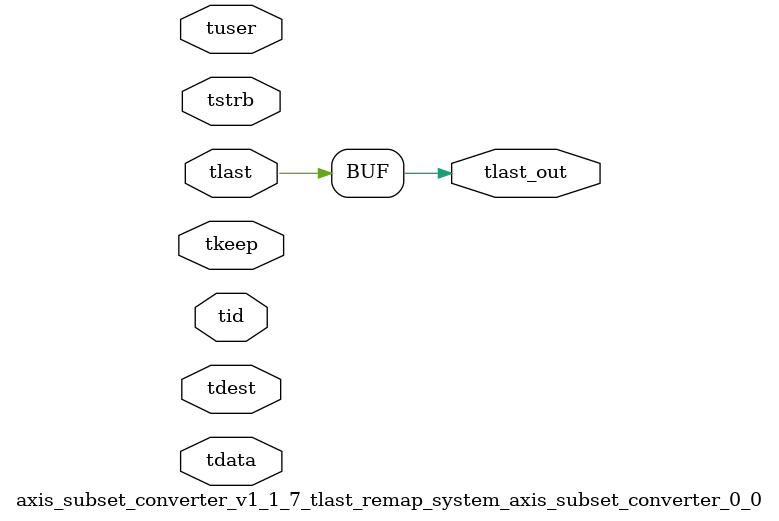
<source format=v>


`timescale 1ps/1ps

module axis_subset_converter_v1_1_7_tlast_remap_system_axis_subset_converter_0_0 #
(
parameter C_S_AXIS_TID_WIDTH   = 1,
parameter C_S_AXIS_TUSER_WIDTH = 0,
parameter C_S_AXIS_TDATA_WIDTH = 0,
parameter C_S_AXIS_TDEST_WIDTH = 0
)
(
input  [(C_S_AXIS_TID_WIDTH   == 0 ? 1 : C_S_AXIS_TID_WIDTH)-1:0       ] tid,
input  [(C_S_AXIS_TDATA_WIDTH == 0 ? 1 : C_S_AXIS_TDATA_WIDTH)-1:0     ] tdata,
input  [(C_S_AXIS_TUSER_WIDTH == 0 ? 1 : C_S_AXIS_TUSER_WIDTH)-1:0     ] tuser,
input  [(C_S_AXIS_TDEST_WIDTH == 0 ? 1 : C_S_AXIS_TDEST_WIDTH)-1:0     ] tdest,
input  [(C_S_AXIS_TDATA_WIDTH/8)-1:0 ] tkeep,
input  [(C_S_AXIS_TDATA_WIDTH/8)-1:0 ] tstrb,
input  [0:0]                                                             tlast,
output                                                                   tlast_out
);

assign tlast_out = {tlast[0]};

endmodule


</source>
